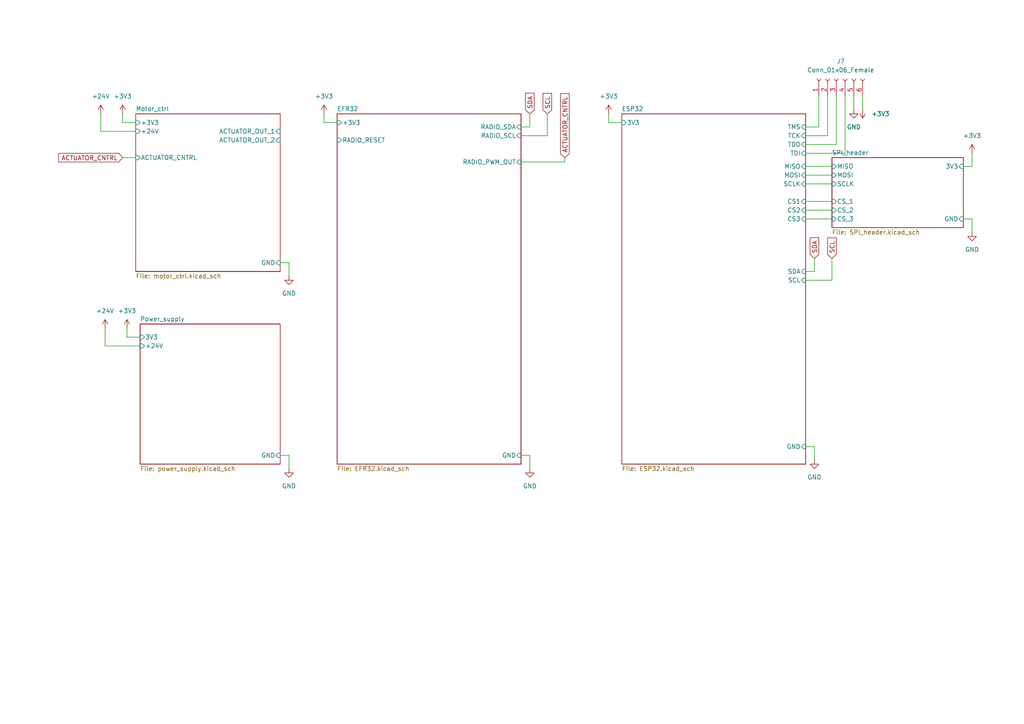
<source format=kicad_sch>
(kicad_sch (version 20211123) (generator eeschema)
  (paper "A4")
  (lib_symbols
    (symbol "Connector:Conn_01x06_Female" (pin_names (offset 1.016) hide)
      (property "Reference" "J" (at 0 7.62 0))
      (property "Value" "Conn_01x06_Female" (at 0 -10.16 0))
      (symbol "Conn_01x06_Female_1_1"
        (arc (start 0 -7.112) (mid -0.508 -7.62) (end 0 -8.128) (stroke (width 0.1524)))
        (arc (start 0 -4.572) (mid -0.508 -5.08) (end 0 -5.588) (stroke (width 0.1524)))
        (arc (start 0 -2.032) (mid -0.508 -2.54) (end 0 -3.048) (stroke (width 0.1524)))
        (polyline (pts (xy -1.27 -7.62) (xy -0.508 -7.62)) (stroke (width 0.1524)))
        (polyline (pts (xy -1.27 -5.08) (xy -0.508 -5.08)) (stroke (width 0.1524)))
        (polyline (pts (xy -1.27 -2.54) (xy -0.508 -2.54)) (stroke (width 0.1524)))
        (polyline (pts (xy -1.27 0) (xy -0.508 0)) (stroke (width 0.1524)))
        (polyline (pts (xy -1.27 2.54) (xy -0.508 2.54)) (stroke (width 0.1524)))
        (polyline (pts (xy -1.27 5.08) (xy -0.508 5.08)) (stroke (width 0.1524)))
        (arc (start 0 0.508) (mid -0.508 0) (end 0 -0.508) (stroke (width 0.1524)))
        (arc (start 0 3.048) (mid -0.508 2.54) (end 0 2.032) (stroke (width 0.1524)))
        (arc (start 0 5.588) (mid -0.508 5.08) (end 0 4.572) (stroke (width 0.1524)))
        (pin passive line (at -5.08 5.08 0) (length 3.81) (name "Pin_1") (number "1"))
        (pin passive line (at -5.08 2.54 0) (length 3.81) (name "Pin_2") (number "2"))
        (pin passive line (at -5.08 0 0) (length 3.81) (name "Pin_3") (number "3"))
        (pin passive line (at -5.08 -2.54 0) (length 3.81) (name "Pin_4") (number "4"))
        (pin passive line (at -5.08 -5.08 0) (length 3.81) (name "Pin_5") (number "5"))
        (pin passive line (at -5.08 -7.62 0) (length 3.81) (name "Pin_6") (number "6"))
      )
    )
    (symbol "power:+24V" (power) (pin_names (offset 0))
      (property "Value" "+24V" (at 0 3.556 0))
      (symbol "+24V_0_1"
        (polyline (pts (xy -0.762 1.27) (xy 0 2.54)))
        (polyline (pts (xy 0 0) (xy 0 2.54)))
        (polyline (pts (xy 0 2.54) (xy 0.762 1.27)))
      )
      (symbol "+24V_1_1"
        (pin power_in line (at 0 0 90) (length 0) hide (name "+24V") (number "1"))
      )
    )
    (symbol "power:+3V3" (power) (pin_names (offset 0))
      (property "Value" "+3V3" (at 0 3.556 0))
      (symbol "+3V3_0_1"
        (polyline (pts (xy -0.762 1.27) (xy 0 2.54)))
        (polyline (pts (xy 0 0) (xy 0 2.54)))
        (polyline (pts (xy 0 2.54) (xy 0.762 1.27)))
      )
      (symbol "+3V3_1_1"
        (pin power_in line (at 0 0 90) (length 0) hide (name "+3V3") (number "1"))
      )
    )
    (symbol "power:GND" (power) (pin_names (offset 0))
      (property "Value" "GND" (at 0 -3.81 0))
      (symbol "GND_0_1"
        (polyline (pts (xy 0 0) (xy 0 -1.27) (xy 1.27 -1.27) (xy 0 -2.54) (xy -1.27 -1.27) (xy 0 -1.27)))
      )
      (symbol "GND_1_1"
        (pin power_in line (at 0 0 270) (length 0) hide (name "GND") (number "1"))
      )
    )
  )
  (wire (pts (xy 241.3 81.28) (xy 241.3 74.93)))
  (wire (pts (xy 233.68 58.42) (xy 241.3 58.42)))
  (wire (pts (xy 35.56 33.02) (xy 35.56 35.56)))
  (wire (pts (xy 233.68 53.34) (xy 241.3 53.34)))
  (wire (pts (xy 151.13 46.99) (xy 163.83 46.99)))
  (wire (pts (xy 83.82 132.08) (xy 83.82 135.89)))
  (wire (pts (xy 36.83 95.25) (xy 36.83 97.79)))
  (wire (pts (xy 237.49 36.83) (xy 237.49 27.94)))
  (wire (pts (xy 35.56 45.72) (xy 39.37 45.72)))
  (wire (pts (xy 83.82 76.2) (xy 83.82 80.01)))
  (wire (pts (xy 247.65 27.94) (xy 247.65 31.75)))
  (wire (pts (xy 36.83 97.79) (xy 40.64 97.79)))
  (wire (pts (xy 250.19 27.94) (xy 250.19 31.75)))
  (wire (pts (xy 281.94 48.26) (xy 281.94 44.45)))
  (wire (pts (xy 151.13 132.08) (xy 153.67 132.08)))
  (wire (pts (xy 153.67 132.08) (xy 153.67 135.89)))
  (wire (pts (xy 233.68 44.45) (xy 245.11 44.45)))
  (wire (pts (xy 233.68 60.96) (xy 241.3 60.96)))
  (wire (pts (xy 233.68 78.74) (xy 236.22 78.74)))
  (wire (pts (xy 163.83 46.99) (xy 163.83 45.72)))
  (wire (pts (xy 29.21 38.1) (xy 39.37 38.1)))
  (wire (pts (xy 233.68 129.54) (xy 236.22 129.54)))
  (wire (pts (xy 176.53 33.02) (xy 176.53 35.56)))
  (wire (pts (xy 233.68 81.28) (xy 241.3 81.28)))
  (wire (pts (xy 242.57 27.94) (xy 242.57 41.91)))
  (wire (pts (xy 176.53 35.56) (xy 180.34 35.56)))
  (wire (pts (xy 236.22 78.74) (xy 236.22 74.93)))
  (wire (pts (xy 233.68 36.83) (xy 237.49 36.83)))
  (wire (pts (xy 233.68 50.8) (xy 241.3 50.8)))
  (wire (pts (xy 233.68 63.5) (xy 241.3 63.5)))
  (wire (pts (xy 151.13 39.37) (xy 158.75 39.37)))
  (wire (pts (xy 93.98 35.56) (xy 97.79 35.56)))
  (wire (pts (xy 158.75 39.37) (xy 158.75 33.02)))
  (wire (pts (xy 93.98 33.02) (xy 93.98 35.56)))
  (wire (pts (xy 153.67 36.83) (xy 153.67 33.02)))
  (wire (pts (xy 30.48 100.33) (xy 40.64 100.33)))
  (wire (pts (xy 30.48 95.25) (xy 30.48 100.33)))
  (wire (pts (xy 233.68 41.91) (xy 242.57 41.91)))
  (wire (pts (xy 233.68 39.37) (xy 240.03 39.37)))
  (wire (pts (xy 233.68 48.26) (xy 241.3 48.26)))
  (wire (pts (xy 245.11 44.45) (xy 245.11 27.94)))
  (wire (pts (xy 151.13 36.83) (xy 153.67 36.83)))
  (wire (pts (xy 35.56 35.56) (xy 39.37 35.56)))
  (wire (pts (xy 279.4 63.5) (xy 281.94 63.5)))
  (wire (pts (xy 240.03 39.37) (xy 240.03 27.94)))
  (wire (pts (xy 29.21 33.02) (xy 29.21 38.1)))
  (wire (pts (xy 81.28 76.2) (xy 83.82 76.2)))
  (wire (pts (xy 81.28 132.08) (xy 83.82 132.08)))
  (wire (pts (xy 236.22 129.54) (xy 236.22 133.35)))
  (wire (pts (xy 279.4 48.26) (xy 281.94 48.26)))
  (wire (pts (xy 281.94 63.5) (xy 281.94 67.31)))
  (global_label "SDA" (shape input) (at 236.22 74.93 90) (property "Intersheet References" "${INTERSHEET_REFS}" (effects hide)))
  (global_label "SCL" (shape input) (at 241.3 74.93 90) (property "Intersheet References" "${INTERSHEET_REFS}" (effects hide)))
  (global_label "ACTUATOR_CNTRL" (shape input) (at 163.83 45.72 90) (property "Intersheet References" "${INTERSHEET_REFS}" (effects hide)))
  (global_label "SDA" (shape input) (at 153.67 33.02 90) (property "Intersheet References" "${INTERSHEET_REFS}" (effects hide)))
  (global_label "SCL" (shape input) (at 158.75 33.02 90) (property "Intersheet References" "${INTERSHEET_REFS}" (effects hide)))
  (global_label "ACTUATOR_CNTRL" (shape input) (at 35.56 45.72 180) (property "Intersheet References" "${INTERSHEET_REFS}" (effects hide)))
  (symbol (lib_id "power:GND") (at 281.94 67.31 0) (unit 1)
    (property "Reference" "#PWR0151" (effects hide))
    (property "Value" "GND" (at 281.94 72.39 0))
  )
  (symbol (lib_id "power:+3V3") (at 250.19 31.75 180) (unit 1)
    (property "Reference" "#PWR0156" (effects hide))
    (property "Value" "+3V3" (at 252.73 33.0199 0) (effects (justify right)))
  )
  (symbol (lib_id "power:+24V") (at 30.48 95.25 0) (unit 1)
    (property "Reference" "#PWR0146" (effects hide))
    (property "Value" "+24V" (at 30.48 90.17 0))
  )
  (symbol (lib_id "power:GND") (at 83.82 80.01 0) (unit 1)
    (property "Reference" "#PWR0149" (effects hide))
    (property "Value" "GND" (at 83.82 85.09 0))
  )
  (symbol (lib_id "power:+3V3") (at 36.83 95.25 0) (unit 1)
    (property "Reference" "#PWR0147" (effects hide))
    (property "Value" "+3V3" (at 36.83 90.17 0))
  )
  (symbol (lib_id "power:+3V3") (at 281.94 44.45 0) (unit 1)
    (property "Reference" "#PWR0152" (effects hide))
    (property "Value" "+3V3" (at 281.94 39.37 0))
  )
  (symbol (lib_id "power:GND") (at 83.82 135.89 0) (unit 1)
    (property "Reference" "#PWR0145" (effects hide))
    (property "Value" "GND" (at 83.82 140.97 0))
  )
  (symbol (lib_id "power:+24V") (at 29.21 33.02 0) (unit 1)
    (property "Reference" "#PWR0144" (effects hide))
    (property "Value" "+24V" (at 29.21 27.94 0))
  )
  (symbol (lib_id "power:+3V3") (at 35.56 33.02 0) (unit 1)
    (property "Reference" "#PWR0143" (effects hide))
    (property "Value" "+3V3" (at 35.56 27.94 0))
  )
  (symbol (lib_id "Connector:Conn_01x06_Female") (at 242.57 22.86 90) (unit 1)
    (property "Reference" "J7" (at 243.84 17.78 90))
    (property "Value" "Conn_01x06_Female" (at 243.84 20.32 90))
    (property "Footprint" "Connector_PinHeader_2.54mm:PinHeader_2x03_P2.54mm_Vertical" (effects hide))
  )
  (symbol (lib_id "power:+3V3") (at 176.53 33.02 0) (unit 1)
    (property "Reference" "#PWR0153" (effects hide))
    (property "Value" "+3V3" (at 176.53 27.94 0))
  )
  (symbol (lib_id "power:+3V3") (at 93.98 33.02 0) (unit 1)
    (property "Reference" "#PWR0148" (effects hide))
    (property "Value" "+3V3" (at 93.98 27.94 0))
  )
  (symbol (lib_id "power:GND") (at 247.65 31.75 0) (unit 1)
    (property "Reference" "#PWR0155" (effects hide))
    (property "Value" "GND" (at 247.65 36.83 0))
  )
  (symbol (lib_id "power:GND") (at 236.22 133.35 0) (unit 1)
    (property "Reference" "#PWR0154" (effects hide))
    (property "Value" "GND" (at 236.22 138.43 0))
  )
  (symbol (lib_id "power:GND") (at 153.67 135.89 0) (unit 1)
    (property "Reference" "#PWR0150" (effects hide))
    (property "Value" "GND" (at 153.67 140.97 0))
  )
  (sheet (at 180.34 33.02) (size 53.34 101.6) (stroke (width 0.1524))
    (property "Sheet name" "ESP32" (at 180.34 32.3084 0) (effects (justify left bottom)))
    (property "Sheet file" "ESP32.kicad_sch" (at 180.34 135.2046 0) (effects (justify left top)))
    (pin "TMS" input (at 233.68 36.83 0))
    (pin "GND" input (at 233.68 129.54 0))
    (pin "TCK" input (at 233.68 39.37 0))
    (pin "SCL" input (at 233.68 81.28 0))
    (pin "TDO" input (at 233.68 41.91 0))
    (pin "TDI" input (at 233.68 44.45 0))
    (pin "SDA" input (at 233.68 78.74 0))
    (pin "3V3" input (at 180.34 35.56 180))
    (pin "CS2" input (at 233.68 60.96 0))
    (pin "CS3" input (at 233.68 63.5 0))
    (pin "CS1" input (at 233.68 58.42 0))
    (pin "SCLK" input (at 233.68 53.34 0))
    (pin "MISO" input (at 233.68 48.26 0))
    (pin "MOSI" input (at 233.68 50.8 0))
  )
  (sheet (at 241.3 45.72) (size 38.1 20.32) (stroke (width 0.1524))
    (property "Sheet name" "SPI_header" (at 241.3 45.0084 0) (effects (justify left bottom)))
    (property "Sheet file" "SPI_header.kicad_sch" (at 241.3 66.6246 0) (effects (justify left top)))
    (pin "GND" input (at 279.4 63.5 0))
    (pin "MISO" input (at 241.3 48.26 180))
    (pin "MOSI" input (at 241.3 50.8 180))
    (pin "SCLK" input (at 241.3 53.34 180))
    (pin "3V3" input (at 279.4 48.26 0))
    (pin "CS_1" input (at 241.3 58.42 180))
    (pin "CS_3" input (at 241.3 63.5 180))
    (pin "CS_2" input (at 241.3 60.96 180))
  )
  (sheet (at 97.79 33.02) (size 53.34 101.6) (stroke (width 0.1524))
    (property "Sheet name" "EFR32" (at 97.79 32.3084 0) (effects (justify left bottom)))
    (property "Sheet file" "EFR32.kicad_sch" (at 97.79 135.2046 0) (effects (justify left top)))
    (pin "RADIO_RESET" input (at 97.79 40.64 180))
    (pin "+3V3" input (at 97.79 35.56 180))
    (pin "GND" input (at 151.13 132.08 0))
    (pin "RADIO_SCL" input (at 151.13 39.37 0))
    (pin "RADIO_PWM_OUT" input (at 151.13 46.99 0))
    (pin "RADIO_SDA" input (at 151.13 36.83 0))
  )
  (sheet (at 39.37 33.02) (size 41.91 45.72) (stroke (width 0.1524))
    (property "Sheet name" "Motor_ctrl" (at 39.37 32.3084 0) (effects (justify left bottom)))
    (property "Sheet file" "motor_ctrl.kicad_sch" (at 39.37 79.3246 0) (effects (justify left top)))
    (pin "ACTUATOR_OUT_2" input (at 81.28 40.64 0))
    (pin "ACTUATOR_OUT_1" input (at 81.28 38.1 0))
    (pin "ACTUATOR_CNTRL" input (at 39.37 45.72 180))
    (pin "GND" input (at 81.28 76.2 0))
    (pin "+3V3" input (at 39.37 35.56 180))
    (pin "+24V" input (at 39.37 38.1 180))
  )
  (sheet (at 40.64 93.98) (size 40.64 40.64) (stroke (width 0.1524))
    (property "Sheet name" "Power_supply" (at 40.64 93.2684 0) (effects (justify left bottom)))
    (property "Sheet file" "power_supply.kicad_sch" (at 40.64 135.2046 0) (effects (justify left top)))
    (pin "3V3" input (at 40.64 97.79 180))
    (pin "GND" input (at 81.28 132.08 0))
    (pin "+24V" input (at 40.64 100.33 180))
  )
)
</source>
